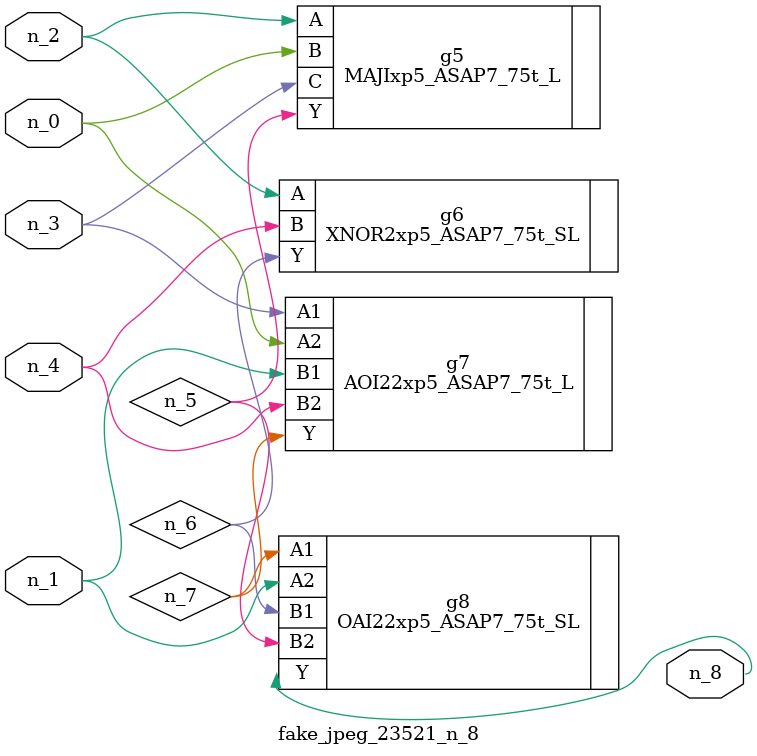
<source format=v>
module fake_jpeg_23521_n_8 (n_3, n_2, n_1, n_0, n_4, n_8);

input n_3;
input n_2;
input n_1;
input n_0;
input n_4;

output n_8;

wire n_6;
wire n_5;
wire n_7;

MAJIxp5_ASAP7_75t_L g5 ( 
.A(n_2),
.B(n_0),
.C(n_3),
.Y(n_5)
);

XNOR2xp5_ASAP7_75t_SL g6 ( 
.A(n_2),
.B(n_4),
.Y(n_6)
);

AOI22xp5_ASAP7_75t_L g7 ( 
.A1(n_3),
.A2(n_0),
.B1(n_1),
.B2(n_4),
.Y(n_7)
);

OAI22xp5_ASAP7_75t_SL g8 ( 
.A1(n_7),
.A2(n_1),
.B1(n_6),
.B2(n_5),
.Y(n_8)
);


endmodule
</source>
